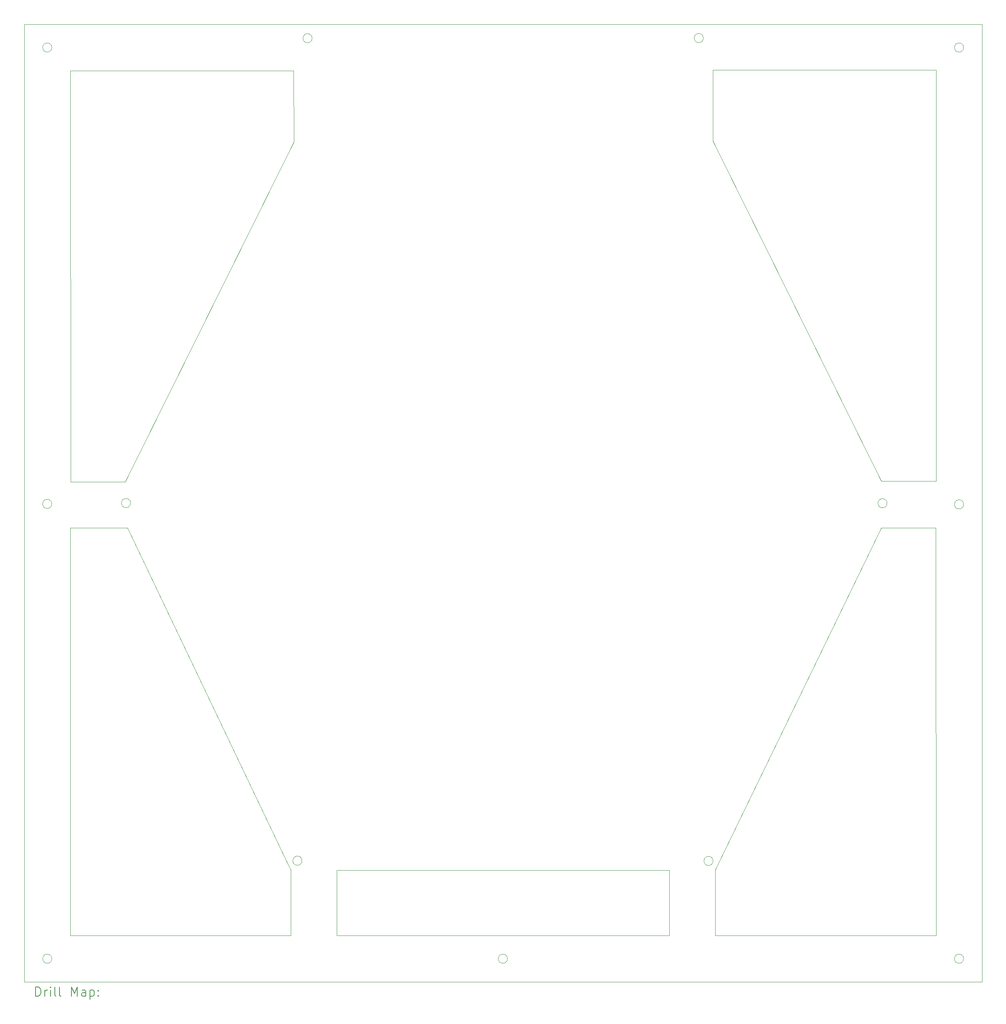
<source format=gbr>
%TF.GenerationSoftware,KiCad,Pcbnew,6.0.11+dfsg-1*%
%TF.CreationDate,2024-04-05T16:30:58+02:00*%
%TF.ProjectId,hexapad,68657861-7061-4642-9e6b-696361645f70,rev?*%
%TF.SameCoordinates,Original*%
%TF.FileFunction,Drillmap*%
%TF.FilePolarity,Positive*%
%FSLAX45Y45*%
G04 Gerber Fmt 4.5, Leading zero omitted, Abs format (unit mm)*
G04 Created by KiCad (PCBNEW 6.0.11+dfsg-1) date 2024-04-05 16:30:58*
%MOMM*%
%LPD*%
G01*
G04 APERTURE LIST*
%ADD10C,0.100000*%
%ADD11C,0.200000*%
G04 APERTURE END LIST*
D10*
X13475800Y-22007500D02*
X20765000Y-22007500D01*
X20765000Y-22007500D02*
X20765000Y-23445000D01*
X20765000Y-23445000D02*
X13475800Y-23445000D01*
X13475800Y-23445000D02*
X13475800Y-22007500D01*
X26614558Y-4475594D02*
X26609558Y-13484994D01*
X25409958Y-13485394D01*
X21714958Y-6032894D01*
X21717499Y-4475400D01*
X26614599Y-4475200D01*
X26614558Y-4475594D01*
X26609600Y-23444600D02*
X21772500Y-23442500D01*
X21772500Y-22005000D01*
X25407500Y-14510000D01*
X26604600Y-14510000D01*
X26609600Y-23444600D01*
X12462500Y-22007500D02*
X12462500Y-23445000D01*
X7627900Y-23444600D01*
X7632900Y-14510000D01*
X8880000Y-14510000D01*
X12462500Y-22007500D01*
X12527459Y-4490199D02*
X12530000Y-6047694D01*
X8835000Y-13500194D01*
X7635400Y-13499794D01*
X7630400Y-4490394D01*
X7630359Y-4489999D01*
X12527459Y-4490199D01*
X27215000Y-13995000D02*
G75*
G03*
X27215000Y-13995000I-100000J0D01*
G01*
X17215000Y-23950000D02*
G75*
G03*
X17215000Y-23950000I-100000J0D01*
G01*
X25537500Y-13970000D02*
G75*
G03*
X25537500Y-13970000I-100000J0D01*
G01*
X8952500Y-13967500D02*
G75*
G03*
X8952500Y-13967500I-100000J0D01*
G01*
X27215000Y-3985000D02*
G75*
G03*
X27215000Y-3985000I-100000J0D01*
G01*
X7225000Y-13985000D02*
G75*
G03*
X7225000Y-13985000I-100000J0D01*
G01*
X7225000Y-23950000D02*
G75*
G03*
X7225000Y-23950000I-100000J0D01*
G01*
X21510000Y-3777500D02*
G75*
G03*
X21510000Y-3777500I-100000J0D01*
G01*
X7225000Y-3985000D02*
G75*
G03*
X7225000Y-3985000I-100000J0D01*
G01*
X12932500Y-3782500D02*
G75*
G03*
X12932500Y-3782500I-100000J0D01*
G01*
X21722500Y-21807500D02*
G75*
G03*
X21722500Y-21807500I-100000J0D01*
G01*
X12710000Y-21802500D02*
G75*
G03*
X12710000Y-21802500I-100000J0D01*
G01*
X27215000Y-23950000D02*
G75*
G03*
X27215000Y-23950000I-100000J0D01*
G01*
X6619600Y-3479800D02*
X27619600Y-3479800D01*
X27619600Y-3479800D02*
X27619600Y-24454400D01*
X27619600Y-24454400D02*
X6619600Y-24454400D01*
X6619600Y-24454400D02*
X6619600Y-3479800D01*
D11*
X6872219Y-24769876D02*
X6872219Y-24569876D01*
X6919838Y-24569876D01*
X6948409Y-24579400D01*
X6967457Y-24598448D01*
X6976981Y-24617495D01*
X6986505Y-24655590D01*
X6986505Y-24684162D01*
X6976981Y-24722257D01*
X6967457Y-24741305D01*
X6948409Y-24760352D01*
X6919838Y-24769876D01*
X6872219Y-24769876D01*
X7072219Y-24769876D02*
X7072219Y-24636543D01*
X7072219Y-24674638D02*
X7081743Y-24655590D01*
X7091267Y-24646067D01*
X7110314Y-24636543D01*
X7129362Y-24636543D01*
X7196028Y-24769876D02*
X7196028Y-24636543D01*
X7196028Y-24569876D02*
X7186505Y-24579400D01*
X7196028Y-24588924D01*
X7205552Y-24579400D01*
X7196028Y-24569876D01*
X7196028Y-24588924D01*
X7319838Y-24769876D02*
X7300790Y-24760352D01*
X7291267Y-24741305D01*
X7291267Y-24569876D01*
X7424600Y-24769876D02*
X7405552Y-24760352D01*
X7396028Y-24741305D01*
X7396028Y-24569876D01*
X7653171Y-24769876D02*
X7653171Y-24569876D01*
X7719838Y-24712733D01*
X7786505Y-24569876D01*
X7786505Y-24769876D01*
X7967457Y-24769876D02*
X7967457Y-24665114D01*
X7957933Y-24646067D01*
X7938886Y-24636543D01*
X7900790Y-24636543D01*
X7881743Y-24646067D01*
X7967457Y-24760352D02*
X7948409Y-24769876D01*
X7900790Y-24769876D01*
X7881743Y-24760352D01*
X7872219Y-24741305D01*
X7872219Y-24722257D01*
X7881743Y-24703209D01*
X7900790Y-24693686D01*
X7948409Y-24693686D01*
X7967457Y-24684162D01*
X8062695Y-24636543D02*
X8062695Y-24836543D01*
X8062695Y-24646067D02*
X8081743Y-24636543D01*
X8119838Y-24636543D01*
X8138886Y-24646067D01*
X8148409Y-24655590D01*
X8157933Y-24674638D01*
X8157933Y-24731781D01*
X8148409Y-24750828D01*
X8138886Y-24760352D01*
X8119838Y-24769876D01*
X8081743Y-24769876D01*
X8062695Y-24760352D01*
X8243648Y-24750828D02*
X8253171Y-24760352D01*
X8243648Y-24769876D01*
X8234124Y-24760352D01*
X8243648Y-24750828D01*
X8243648Y-24769876D01*
X8243648Y-24646067D02*
X8253171Y-24655590D01*
X8243648Y-24665114D01*
X8234124Y-24655590D01*
X8243648Y-24646067D01*
X8243648Y-24665114D01*
M02*

</source>
